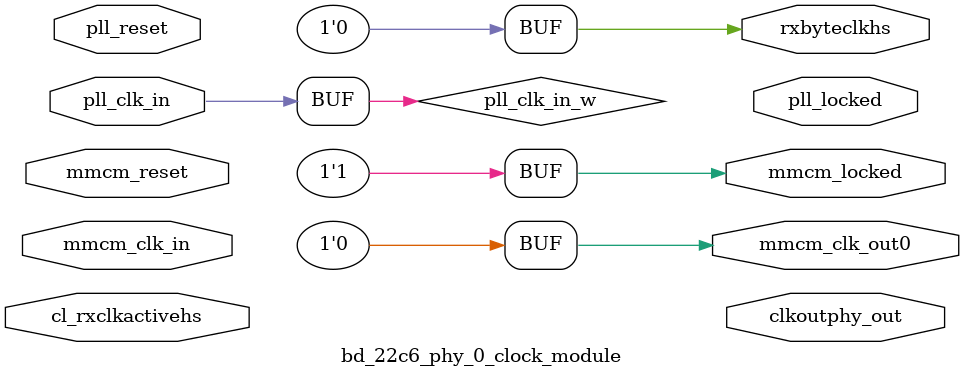
<source format=v>

`timescale 1ps/1ps

(* DowngradeIPIdentifiedWarnings="yes" *)
module bd_22c6_phy_0_clock_module
#(
   parameter C_DPHY_LANES = 2,
   parameter MTBF_SYNC_STAGES = 3,
   parameter C_HS_LINE_RATE = 1000,
   parameter C_STABLE_CLK_PERIOD = 10,
   parameter C_TXPLL_CLKIN_PERIOD = 8.0,
   parameter EN_DPHY_IO = 1
   )
   (
       input               mmcm_clk_in,
       output              mmcm_clk_out0,
       input               cl_rxclkactivehs,
       output              rxbyteclkhs,
       input               pll_clk_in,
       output              clkoutphy_out,
       output              pll_locked,
       input               pll_reset,
       
       output              mmcm_locked,
       input               mmcm_reset
   );

   wire               pll_clk_in_w;
   wire               pll_locked_w;
   wire               pll_locked_sync;
   reg                clkoutphy_en;
   reg  [7:0]         clkoutphy_en_cntr;


assign  rxbyteclkhs   = 1'b0;
assign  mmcm_locked   = 1'b1;
assign  mmcm_clk_out0 = 1'b0;
assign  pll_clk_in_w  = pll_clk_in;

   //TXPLL Attributes for 1500 MHz CLKOUTPHY
   localparam  C_TXPLL_CLKIN_PERIOD_T   = 5.000;
   localparam  C_TXPLL_CLKOUTPHY_MODE   = "VCO";
   localparam  C_PLL_DIVCLK_DIVIDE      = 2;
   localparam  C_TXPLL_CLKFBOUT_MULT    = 15;
   localparam  C_TXPLL_CLKOUT0_DIVIDE   = 8;
   localparam  C_TXPLL_CLKOUT1_DIVIDE   = 8;

// This below logic will not get generated for Design (i.e. It will be
// generated for Exdes)
// As this module itself will not get generated if support level is 0
// This module is being used for Exdes So below logic has to be there

// ONLY FOR VERSAL 
//
// This below logic will not get generated for Design (i.e. It will be
// generated for Exdes)
// As this module itself will not get generated if support level is 0
// This module is being used for Exdes So below logic has to be there

endmodule


</source>
